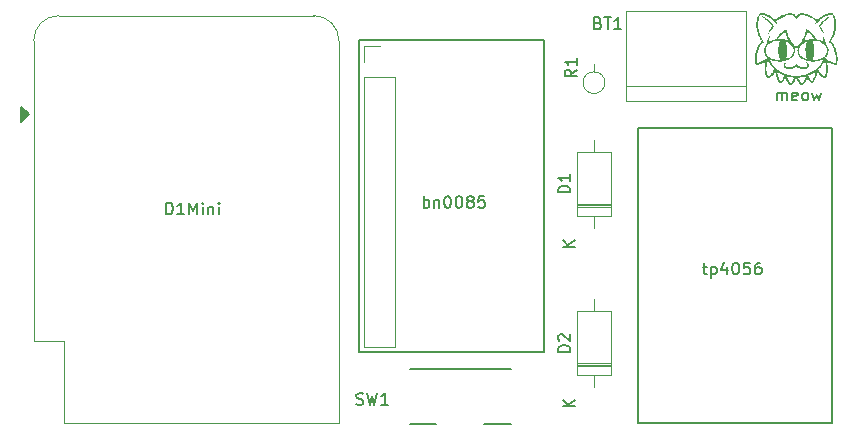
<source format=gbr>
%TF.GenerationSoftware,KiCad,Pcbnew,8.0.0*%
%TF.CreationDate,2024-03-12T15:13:44-04:00*%
%TF.ProjectId,slimevrpcb,736c696d-6576-4727-9063-622e6b696361,rev?*%
%TF.SameCoordinates,Original*%
%TF.FileFunction,Legend,Top*%
%TF.FilePolarity,Positive*%
%FSLAX46Y46*%
G04 Gerber Fmt 4.6, Leading zero omitted, Abs format (unit mm)*
G04 Created by KiCad (PCBNEW 8.0.0) date 2024-03-12 15:13:44*
%MOMM*%
%LPD*%
G01*
G04 APERTURE LIST*
%ADD10C,0.150000*%
%ADD11C,0.000000*%
%ADD12C,0.120000*%
G04 APERTURE END LIST*
D10*
X157048457Y-92232173D02*
X173536142Y-92232173D01*
X173536142Y-117181084D01*
X157048457Y-117181084D01*
X157048457Y-92232173D01*
X133427944Y-84736165D02*
X149147411Y-84736165D01*
X149147411Y-111177961D01*
X133427944Y-111177961D01*
X133427944Y-84736165D01*
X168836779Y-89869819D02*
X168836779Y-89203152D01*
X168836779Y-89298390D02*
X168884398Y-89250771D01*
X168884398Y-89250771D02*
X168979636Y-89203152D01*
X168979636Y-89203152D02*
X169122493Y-89203152D01*
X169122493Y-89203152D02*
X169217731Y-89250771D01*
X169217731Y-89250771D02*
X169265350Y-89346009D01*
X169265350Y-89346009D02*
X169265350Y-89869819D01*
X169265350Y-89346009D02*
X169312969Y-89250771D01*
X169312969Y-89250771D02*
X169408207Y-89203152D01*
X169408207Y-89203152D02*
X169551064Y-89203152D01*
X169551064Y-89203152D02*
X169646303Y-89250771D01*
X169646303Y-89250771D02*
X169693922Y-89346009D01*
X169693922Y-89346009D02*
X169693922Y-89869819D01*
X170551064Y-89822200D02*
X170455826Y-89869819D01*
X170455826Y-89869819D02*
X170265350Y-89869819D01*
X170265350Y-89869819D02*
X170170112Y-89822200D01*
X170170112Y-89822200D02*
X170122493Y-89726961D01*
X170122493Y-89726961D02*
X170122493Y-89346009D01*
X170122493Y-89346009D02*
X170170112Y-89250771D01*
X170170112Y-89250771D02*
X170265350Y-89203152D01*
X170265350Y-89203152D02*
X170455826Y-89203152D01*
X170455826Y-89203152D02*
X170551064Y-89250771D01*
X170551064Y-89250771D02*
X170598683Y-89346009D01*
X170598683Y-89346009D02*
X170598683Y-89441247D01*
X170598683Y-89441247D02*
X170122493Y-89536485D01*
X171170112Y-89869819D02*
X171074874Y-89822200D01*
X171074874Y-89822200D02*
X171027255Y-89774580D01*
X171027255Y-89774580D02*
X170979636Y-89679342D01*
X170979636Y-89679342D02*
X170979636Y-89393628D01*
X170979636Y-89393628D02*
X171027255Y-89298390D01*
X171027255Y-89298390D02*
X171074874Y-89250771D01*
X171074874Y-89250771D02*
X171170112Y-89203152D01*
X171170112Y-89203152D02*
X171312969Y-89203152D01*
X171312969Y-89203152D02*
X171408207Y-89250771D01*
X171408207Y-89250771D02*
X171455826Y-89298390D01*
X171455826Y-89298390D02*
X171503445Y-89393628D01*
X171503445Y-89393628D02*
X171503445Y-89679342D01*
X171503445Y-89679342D02*
X171455826Y-89774580D01*
X171455826Y-89774580D02*
X171408207Y-89822200D01*
X171408207Y-89822200D02*
X171312969Y-89869819D01*
X171312969Y-89869819D02*
X171170112Y-89869819D01*
X171836779Y-89203152D02*
X172027255Y-89869819D01*
X172027255Y-89869819D02*
X172217731Y-89393628D01*
X172217731Y-89393628D02*
X172408207Y-89869819D01*
X172408207Y-89869819D02*
X172598683Y-89203152D01*
X138928571Y-98954819D02*
X138928571Y-97954819D01*
X138928571Y-98335771D02*
X139023809Y-98288152D01*
X139023809Y-98288152D02*
X139214285Y-98288152D01*
X139214285Y-98288152D02*
X139309523Y-98335771D01*
X139309523Y-98335771D02*
X139357142Y-98383390D01*
X139357142Y-98383390D02*
X139404761Y-98478628D01*
X139404761Y-98478628D02*
X139404761Y-98764342D01*
X139404761Y-98764342D02*
X139357142Y-98859580D01*
X139357142Y-98859580D02*
X139309523Y-98907200D01*
X139309523Y-98907200D02*
X139214285Y-98954819D01*
X139214285Y-98954819D02*
X139023809Y-98954819D01*
X139023809Y-98954819D02*
X138928571Y-98907200D01*
X139833333Y-98288152D02*
X139833333Y-98954819D01*
X139833333Y-98383390D02*
X139880952Y-98335771D01*
X139880952Y-98335771D02*
X139976190Y-98288152D01*
X139976190Y-98288152D02*
X140119047Y-98288152D01*
X140119047Y-98288152D02*
X140214285Y-98335771D01*
X140214285Y-98335771D02*
X140261904Y-98431009D01*
X140261904Y-98431009D02*
X140261904Y-98954819D01*
X140928571Y-97954819D02*
X141023809Y-97954819D01*
X141023809Y-97954819D02*
X141119047Y-98002438D01*
X141119047Y-98002438D02*
X141166666Y-98050057D01*
X141166666Y-98050057D02*
X141214285Y-98145295D01*
X141214285Y-98145295D02*
X141261904Y-98335771D01*
X141261904Y-98335771D02*
X141261904Y-98573866D01*
X141261904Y-98573866D02*
X141214285Y-98764342D01*
X141214285Y-98764342D02*
X141166666Y-98859580D01*
X141166666Y-98859580D02*
X141119047Y-98907200D01*
X141119047Y-98907200D02*
X141023809Y-98954819D01*
X141023809Y-98954819D02*
X140928571Y-98954819D01*
X140928571Y-98954819D02*
X140833333Y-98907200D01*
X140833333Y-98907200D02*
X140785714Y-98859580D01*
X140785714Y-98859580D02*
X140738095Y-98764342D01*
X140738095Y-98764342D02*
X140690476Y-98573866D01*
X140690476Y-98573866D02*
X140690476Y-98335771D01*
X140690476Y-98335771D02*
X140738095Y-98145295D01*
X140738095Y-98145295D02*
X140785714Y-98050057D01*
X140785714Y-98050057D02*
X140833333Y-98002438D01*
X140833333Y-98002438D02*
X140928571Y-97954819D01*
X141880952Y-97954819D02*
X141976190Y-97954819D01*
X141976190Y-97954819D02*
X142071428Y-98002438D01*
X142071428Y-98002438D02*
X142119047Y-98050057D01*
X142119047Y-98050057D02*
X142166666Y-98145295D01*
X142166666Y-98145295D02*
X142214285Y-98335771D01*
X142214285Y-98335771D02*
X142214285Y-98573866D01*
X142214285Y-98573866D02*
X142166666Y-98764342D01*
X142166666Y-98764342D02*
X142119047Y-98859580D01*
X142119047Y-98859580D02*
X142071428Y-98907200D01*
X142071428Y-98907200D02*
X141976190Y-98954819D01*
X141976190Y-98954819D02*
X141880952Y-98954819D01*
X141880952Y-98954819D02*
X141785714Y-98907200D01*
X141785714Y-98907200D02*
X141738095Y-98859580D01*
X141738095Y-98859580D02*
X141690476Y-98764342D01*
X141690476Y-98764342D02*
X141642857Y-98573866D01*
X141642857Y-98573866D02*
X141642857Y-98335771D01*
X141642857Y-98335771D02*
X141690476Y-98145295D01*
X141690476Y-98145295D02*
X141738095Y-98050057D01*
X141738095Y-98050057D02*
X141785714Y-98002438D01*
X141785714Y-98002438D02*
X141880952Y-97954819D01*
X142785714Y-98383390D02*
X142690476Y-98335771D01*
X142690476Y-98335771D02*
X142642857Y-98288152D01*
X142642857Y-98288152D02*
X142595238Y-98192914D01*
X142595238Y-98192914D02*
X142595238Y-98145295D01*
X142595238Y-98145295D02*
X142642857Y-98050057D01*
X142642857Y-98050057D02*
X142690476Y-98002438D01*
X142690476Y-98002438D02*
X142785714Y-97954819D01*
X142785714Y-97954819D02*
X142976190Y-97954819D01*
X142976190Y-97954819D02*
X143071428Y-98002438D01*
X143071428Y-98002438D02*
X143119047Y-98050057D01*
X143119047Y-98050057D02*
X143166666Y-98145295D01*
X143166666Y-98145295D02*
X143166666Y-98192914D01*
X143166666Y-98192914D02*
X143119047Y-98288152D01*
X143119047Y-98288152D02*
X143071428Y-98335771D01*
X143071428Y-98335771D02*
X142976190Y-98383390D01*
X142976190Y-98383390D02*
X142785714Y-98383390D01*
X142785714Y-98383390D02*
X142690476Y-98431009D01*
X142690476Y-98431009D02*
X142642857Y-98478628D01*
X142642857Y-98478628D02*
X142595238Y-98573866D01*
X142595238Y-98573866D02*
X142595238Y-98764342D01*
X142595238Y-98764342D02*
X142642857Y-98859580D01*
X142642857Y-98859580D02*
X142690476Y-98907200D01*
X142690476Y-98907200D02*
X142785714Y-98954819D01*
X142785714Y-98954819D02*
X142976190Y-98954819D01*
X142976190Y-98954819D02*
X143071428Y-98907200D01*
X143071428Y-98907200D02*
X143119047Y-98859580D01*
X143119047Y-98859580D02*
X143166666Y-98764342D01*
X143166666Y-98764342D02*
X143166666Y-98573866D01*
X143166666Y-98573866D02*
X143119047Y-98478628D01*
X143119047Y-98478628D02*
X143071428Y-98431009D01*
X143071428Y-98431009D02*
X142976190Y-98383390D01*
X144071428Y-97954819D02*
X143595238Y-97954819D01*
X143595238Y-97954819D02*
X143547619Y-98431009D01*
X143547619Y-98431009D02*
X143595238Y-98383390D01*
X143595238Y-98383390D02*
X143690476Y-98335771D01*
X143690476Y-98335771D02*
X143928571Y-98335771D01*
X143928571Y-98335771D02*
X144023809Y-98383390D01*
X144023809Y-98383390D02*
X144071428Y-98431009D01*
X144071428Y-98431009D02*
X144119047Y-98526247D01*
X144119047Y-98526247D02*
X144119047Y-98764342D01*
X144119047Y-98764342D02*
X144071428Y-98859580D01*
X144071428Y-98859580D02*
X144023809Y-98907200D01*
X144023809Y-98907200D02*
X143928571Y-98954819D01*
X143928571Y-98954819D02*
X143690476Y-98954819D01*
X143690476Y-98954819D02*
X143595238Y-98907200D01*
X143595238Y-98907200D02*
X143547619Y-98859580D01*
X151346119Y-97657294D02*
X150346119Y-97657294D01*
X150346119Y-97657294D02*
X150346119Y-97419199D01*
X150346119Y-97419199D02*
X150393738Y-97276342D01*
X150393738Y-97276342D02*
X150488976Y-97181104D01*
X150488976Y-97181104D02*
X150584214Y-97133485D01*
X150584214Y-97133485D02*
X150774690Y-97085866D01*
X150774690Y-97085866D02*
X150917547Y-97085866D01*
X150917547Y-97085866D02*
X151108023Y-97133485D01*
X151108023Y-97133485D02*
X151203261Y-97181104D01*
X151203261Y-97181104D02*
X151298500Y-97276342D01*
X151298500Y-97276342D02*
X151346119Y-97419199D01*
X151346119Y-97419199D02*
X151346119Y-97657294D01*
X151346119Y-96133485D02*
X151346119Y-96704913D01*
X151346119Y-96419199D02*
X150346119Y-96419199D01*
X150346119Y-96419199D02*
X150488976Y-96514437D01*
X150488976Y-96514437D02*
X150584214Y-96609675D01*
X150584214Y-96609675D02*
X150631833Y-96704913D01*
X151716119Y-102261104D02*
X150716119Y-102261104D01*
X151716119Y-101689676D02*
X151144690Y-102118247D01*
X150716119Y-101689676D02*
X151287547Y-102261104D01*
X151896119Y-87256066D02*
X151419928Y-87589399D01*
X151896119Y-87827494D02*
X150896119Y-87827494D01*
X150896119Y-87827494D02*
X150896119Y-87446542D01*
X150896119Y-87446542D02*
X150943738Y-87351304D01*
X150943738Y-87351304D02*
X150991357Y-87303685D01*
X150991357Y-87303685D02*
X151086595Y-87256066D01*
X151086595Y-87256066D02*
X151229452Y-87256066D01*
X151229452Y-87256066D02*
X151324690Y-87303685D01*
X151324690Y-87303685D02*
X151372309Y-87351304D01*
X151372309Y-87351304D02*
X151419928Y-87446542D01*
X151419928Y-87446542D02*
X151419928Y-87827494D01*
X151896119Y-86303685D02*
X151896119Y-86875113D01*
X151896119Y-86589399D02*
X150896119Y-86589399D01*
X150896119Y-86589399D02*
X151038976Y-86684637D01*
X151038976Y-86684637D02*
X151134214Y-86779875D01*
X151134214Y-86779875D02*
X151181833Y-86875113D01*
X151346119Y-111163594D02*
X150346119Y-111163594D01*
X150346119Y-111163594D02*
X150346119Y-110925499D01*
X150346119Y-110925499D02*
X150393738Y-110782642D01*
X150393738Y-110782642D02*
X150488976Y-110687404D01*
X150488976Y-110687404D02*
X150584214Y-110639785D01*
X150584214Y-110639785D02*
X150774690Y-110592166D01*
X150774690Y-110592166D02*
X150917547Y-110592166D01*
X150917547Y-110592166D02*
X151108023Y-110639785D01*
X151108023Y-110639785D02*
X151203261Y-110687404D01*
X151203261Y-110687404D02*
X151298500Y-110782642D01*
X151298500Y-110782642D02*
X151346119Y-110925499D01*
X151346119Y-110925499D02*
X151346119Y-111163594D01*
X150441357Y-110211213D02*
X150393738Y-110163594D01*
X150393738Y-110163594D02*
X150346119Y-110068356D01*
X150346119Y-110068356D02*
X150346119Y-109830261D01*
X150346119Y-109830261D02*
X150393738Y-109735023D01*
X150393738Y-109735023D02*
X150441357Y-109687404D01*
X150441357Y-109687404D02*
X150536595Y-109639785D01*
X150536595Y-109639785D02*
X150631833Y-109639785D01*
X150631833Y-109639785D02*
X150774690Y-109687404D01*
X150774690Y-109687404D02*
X151346119Y-110258832D01*
X151346119Y-110258832D02*
X151346119Y-109639785D01*
X151716119Y-115767404D02*
X150716119Y-115767404D01*
X151716119Y-115195976D02*
X151144690Y-115624547D01*
X150716119Y-115195976D02*
X151287547Y-115767404D01*
X153708495Y-83304687D02*
X153851352Y-83352306D01*
X153851352Y-83352306D02*
X153898971Y-83399925D01*
X153898971Y-83399925D02*
X153946590Y-83495163D01*
X153946590Y-83495163D02*
X153946590Y-83638020D01*
X153946590Y-83638020D02*
X153898971Y-83733258D01*
X153898971Y-83733258D02*
X153851352Y-83780878D01*
X153851352Y-83780878D02*
X153756114Y-83828497D01*
X153756114Y-83828497D02*
X153375162Y-83828497D01*
X153375162Y-83828497D02*
X153375162Y-82828497D01*
X153375162Y-82828497D02*
X153708495Y-82828497D01*
X153708495Y-82828497D02*
X153803733Y-82876116D01*
X153803733Y-82876116D02*
X153851352Y-82923735D01*
X153851352Y-82923735D02*
X153898971Y-83018973D01*
X153898971Y-83018973D02*
X153898971Y-83114211D01*
X153898971Y-83114211D02*
X153851352Y-83209449D01*
X153851352Y-83209449D02*
X153803733Y-83257068D01*
X153803733Y-83257068D02*
X153708495Y-83304687D01*
X153708495Y-83304687D02*
X153375162Y-83304687D01*
X154232305Y-82828497D02*
X154803733Y-82828497D01*
X154518019Y-83828497D02*
X154518019Y-82828497D01*
X155660876Y-83828497D02*
X155089448Y-83828497D01*
X155375162Y-83828497D02*
X155375162Y-82828497D01*
X155375162Y-82828497D02*
X155279924Y-82971354D01*
X155279924Y-82971354D02*
X155184686Y-83066592D01*
X155184686Y-83066592D02*
X155089448Y-83114211D01*
X117141935Y-99514776D02*
X117141935Y-98514776D01*
X117141935Y-98514776D02*
X117380030Y-98514776D01*
X117380030Y-98514776D02*
X117522887Y-98562395D01*
X117522887Y-98562395D02*
X117618125Y-98657633D01*
X117618125Y-98657633D02*
X117665744Y-98752871D01*
X117665744Y-98752871D02*
X117713363Y-98943347D01*
X117713363Y-98943347D02*
X117713363Y-99086204D01*
X117713363Y-99086204D02*
X117665744Y-99276680D01*
X117665744Y-99276680D02*
X117618125Y-99371918D01*
X117618125Y-99371918D02*
X117522887Y-99467157D01*
X117522887Y-99467157D02*
X117380030Y-99514776D01*
X117380030Y-99514776D02*
X117141935Y-99514776D01*
X118665744Y-99514776D02*
X118094316Y-99514776D01*
X118380030Y-99514776D02*
X118380030Y-98514776D01*
X118380030Y-98514776D02*
X118284792Y-98657633D01*
X118284792Y-98657633D02*
X118189554Y-98752871D01*
X118189554Y-98752871D02*
X118094316Y-98800490D01*
X119094316Y-99514776D02*
X119094316Y-98514776D01*
X119094316Y-98514776D02*
X119427649Y-99229061D01*
X119427649Y-99229061D02*
X119760982Y-98514776D01*
X119760982Y-98514776D02*
X119760982Y-99514776D01*
X120237173Y-99514776D02*
X120237173Y-98848109D01*
X120237173Y-98514776D02*
X120189554Y-98562395D01*
X120189554Y-98562395D02*
X120237173Y-98610014D01*
X120237173Y-98610014D02*
X120284792Y-98562395D01*
X120284792Y-98562395D02*
X120237173Y-98514776D01*
X120237173Y-98514776D02*
X120237173Y-98610014D01*
X120713363Y-98848109D02*
X120713363Y-99514776D01*
X120713363Y-98943347D02*
X120760982Y-98895728D01*
X120760982Y-98895728D02*
X120856220Y-98848109D01*
X120856220Y-98848109D02*
X120999077Y-98848109D01*
X120999077Y-98848109D02*
X121094315Y-98895728D01*
X121094315Y-98895728D02*
X121141934Y-98990966D01*
X121141934Y-98990966D02*
X121141934Y-99514776D01*
X121618125Y-99514776D02*
X121618125Y-98848109D01*
X121618125Y-98514776D02*
X121570506Y-98562395D01*
X121570506Y-98562395D02*
X121618125Y-98610014D01*
X121618125Y-98610014D02*
X121665744Y-98562395D01*
X121665744Y-98562395D02*
X121618125Y-98514776D01*
X121618125Y-98514776D02*
X121618125Y-98610014D01*
X133254976Y-115591779D02*
X133397833Y-115639398D01*
X133397833Y-115639398D02*
X133635928Y-115639398D01*
X133635928Y-115639398D02*
X133731166Y-115591779D01*
X133731166Y-115591779D02*
X133778785Y-115544159D01*
X133778785Y-115544159D02*
X133826404Y-115448921D01*
X133826404Y-115448921D02*
X133826404Y-115353683D01*
X133826404Y-115353683D02*
X133778785Y-115258445D01*
X133778785Y-115258445D02*
X133731166Y-115210826D01*
X133731166Y-115210826D02*
X133635928Y-115163207D01*
X133635928Y-115163207D02*
X133445452Y-115115588D01*
X133445452Y-115115588D02*
X133350214Y-115067969D01*
X133350214Y-115067969D02*
X133302595Y-115020350D01*
X133302595Y-115020350D02*
X133254976Y-114925112D01*
X133254976Y-114925112D02*
X133254976Y-114829874D01*
X133254976Y-114829874D02*
X133302595Y-114734636D01*
X133302595Y-114734636D02*
X133350214Y-114687017D01*
X133350214Y-114687017D02*
X133445452Y-114639398D01*
X133445452Y-114639398D02*
X133683547Y-114639398D01*
X133683547Y-114639398D02*
X133826404Y-114687017D01*
X134159738Y-114639398D02*
X134397833Y-115639398D01*
X134397833Y-115639398D02*
X134588309Y-114925112D01*
X134588309Y-114925112D02*
X134778785Y-115639398D01*
X134778785Y-115639398D02*
X135016881Y-114639398D01*
X135921642Y-115639398D02*
X135350214Y-115639398D01*
X135635928Y-115639398D02*
X135635928Y-114639398D01*
X135635928Y-114639398D02*
X135540690Y-114782255D01*
X135540690Y-114782255D02*
X135445452Y-114877493D01*
X135445452Y-114877493D02*
X135350214Y-114925112D01*
X162552385Y-103928172D02*
X162933337Y-103928172D01*
X162695242Y-103594839D02*
X162695242Y-104451981D01*
X162695242Y-104451981D02*
X162742861Y-104547220D01*
X162742861Y-104547220D02*
X162838099Y-104594839D01*
X162838099Y-104594839D02*
X162933337Y-104594839D01*
X163266671Y-103928172D02*
X163266671Y-104928172D01*
X163266671Y-103975791D02*
X163361909Y-103928172D01*
X163361909Y-103928172D02*
X163552385Y-103928172D01*
X163552385Y-103928172D02*
X163647623Y-103975791D01*
X163647623Y-103975791D02*
X163695242Y-104023410D01*
X163695242Y-104023410D02*
X163742861Y-104118648D01*
X163742861Y-104118648D02*
X163742861Y-104404362D01*
X163742861Y-104404362D02*
X163695242Y-104499600D01*
X163695242Y-104499600D02*
X163647623Y-104547220D01*
X163647623Y-104547220D02*
X163552385Y-104594839D01*
X163552385Y-104594839D02*
X163361909Y-104594839D01*
X163361909Y-104594839D02*
X163266671Y-104547220D01*
X164600004Y-103928172D02*
X164600004Y-104594839D01*
X164361909Y-103547220D02*
X164123814Y-104261505D01*
X164123814Y-104261505D02*
X164742861Y-104261505D01*
X165314290Y-103594839D02*
X165409528Y-103594839D01*
X165409528Y-103594839D02*
X165504766Y-103642458D01*
X165504766Y-103642458D02*
X165552385Y-103690077D01*
X165552385Y-103690077D02*
X165600004Y-103785315D01*
X165600004Y-103785315D02*
X165647623Y-103975791D01*
X165647623Y-103975791D02*
X165647623Y-104213886D01*
X165647623Y-104213886D02*
X165600004Y-104404362D01*
X165600004Y-104404362D02*
X165552385Y-104499600D01*
X165552385Y-104499600D02*
X165504766Y-104547220D01*
X165504766Y-104547220D02*
X165409528Y-104594839D01*
X165409528Y-104594839D02*
X165314290Y-104594839D01*
X165314290Y-104594839D02*
X165219052Y-104547220D01*
X165219052Y-104547220D02*
X165171433Y-104499600D01*
X165171433Y-104499600D02*
X165123814Y-104404362D01*
X165123814Y-104404362D02*
X165076195Y-104213886D01*
X165076195Y-104213886D02*
X165076195Y-103975791D01*
X165076195Y-103975791D02*
X165123814Y-103785315D01*
X165123814Y-103785315D02*
X165171433Y-103690077D01*
X165171433Y-103690077D02*
X165219052Y-103642458D01*
X165219052Y-103642458D02*
X165314290Y-103594839D01*
X166552385Y-103594839D02*
X166076195Y-103594839D01*
X166076195Y-103594839D02*
X166028576Y-104071029D01*
X166028576Y-104071029D02*
X166076195Y-104023410D01*
X166076195Y-104023410D02*
X166171433Y-103975791D01*
X166171433Y-103975791D02*
X166409528Y-103975791D01*
X166409528Y-103975791D02*
X166504766Y-104023410D01*
X166504766Y-104023410D02*
X166552385Y-104071029D01*
X166552385Y-104071029D02*
X166600004Y-104166267D01*
X166600004Y-104166267D02*
X166600004Y-104404362D01*
X166600004Y-104404362D02*
X166552385Y-104499600D01*
X166552385Y-104499600D02*
X166504766Y-104547220D01*
X166504766Y-104547220D02*
X166409528Y-104594839D01*
X166409528Y-104594839D02*
X166171433Y-104594839D01*
X166171433Y-104594839D02*
X166076195Y-104547220D01*
X166076195Y-104547220D02*
X166028576Y-104499600D01*
X167457147Y-103594839D02*
X167266671Y-103594839D01*
X167266671Y-103594839D02*
X167171433Y-103642458D01*
X167171433Y-103642458D02*
X167123814Y-103690077D01*
X167123814Y-103690077D02*
X167028576Y-103832934D01*
X167028576Y-103832934D02*
X166980957Y-104023410D01*
X166980957Y-104023410D02*
X166980957Y-104404362D01*
X166980957Y-104404362D02*
X167028576Y-104499600D01*
X167028576Y-104499600D02*
X167076195Y-104547220D01*
X167076195Y-104547220D02*
X167171433Y-104594839D01*
X167171433Y-104594839D02*
X167361909Y-104594839D01*
X167361909Y-104594839D02*
X167457147Y-104547220D01*
X167457147Y-104547220D02*
X167504766Y-104499600D01*
X167504766Y-104499600D02*
X167552385Y-104404362D01*
X167552385Y-104404362D02*
X167552385Y-104166267D01*
X167552385Y-104166267D02*
X167504766Y-104071029D01*
X167504766Y-104071029D02*
X167457147Y-104023410D01*
X167457147Y-104023410D02*
X167361909Y-103975791D01*
X167361909Y-103975791D02*
X167171433Y-103975791D01*
X167171433Y-103975791D02*
X167076195Y-104023410D01*
X167076195Y-104023410D02*
X167028576Y-104071029D01*
X167028576Y-104071029D02*
X166980957Y-104166267D01*
D11*
%TO.C,G\u002A\u002A\u002A*%
G36*
X173394705Y-82719334D02*
G01*
X173382384Y-82730264D01*
X173370718Y-82739877D01*
X173341904Y-82763687D01*
X173303710Y-82796173D01*
X173257996Y-82835690D01*
X173206620Y-82880590D01*
X173151442Y-82929229D01*
X173094322Y-82979959D01*
X173037118Y-83031136D01*
X172981690Y-83081113D01*
X172929898Y-83128245D01*
X172883600Y-83170885D01*
X172879151Y-83175018D01*
X172792912Y-83259395D01*
X172710740Y-83347918D01*
X172636381Y-83436434D01*
X172597921Y-83486664D01*
X172570540Y-83524001D01*
X172551276Y-83551261D01*
X172539261Y-83570699D01*
X172533626Y-83584572D01*
X172533505Y-83595135D01*
X172538028Y-83604645D01*
X172546327Y-83615358D01*
X172547738Y-83617079D01*
X172627204Y-83719026D01*
X172693776Y-83815324D01*
X172748167Y-83907236D01*
X172791089Y-83996024D01*
X172823254Y-84082952D01*
X172836112Y-84128418D01*
X172845439Y-84167710D01*
X172849771Y-84193857D01*
X172848475Y-84206959D01*
X172840920Y-84207122D01*
X172826474Y-84194447D01*
X172804505Y-84169038D01*
X172779548Y-84137637D01*
X172748501Y-84096428D01*
X172714697Y-84049277D01*
X172682441Y-84002303D01*
X172658402Y-83965412D01*
X172609156Y-83888437D01*
X172564796Y-83822343D01*
X172523372Y-83764366D01*
X172482934Y-83711744D01*
X172457225Y-83680264D01*
X172427908Y-83643787D01*
X172408719Y-83614677D01*
X172399170Y-83589341D01*
X172398773Y-83564184D01*
X172407040Y-83535611D01*
X172423484Y-83500029D01*
X172430821Y-83485751D01*
X172463530Y-83430198D01*
X172506583Y-83368256D01*
X172557865Y-83302351D01*
X172615263Y-83234909D01*
X172676663Y-83168355D01*
X172739952Y-83105115D01*
X172803016Y-83047615D01*
X172838310Y-83018131D01*
X172936219Y-82944456D01*
X173037744Y-82877671D01*
X173140032Y-82819413D01*
X173240229Y-82771320D01*
X173326408Y-82738030D01*
X173356291Y-82728088D01*
X173380304Y-82720317D01*
X173395084Y-82715793D01*
X173398059Y-82715079D01*
X173394705Y-82719334D01*
G37*
G36*
X167627335Y-82729498D02*
G01*
X167727810Y-82766277D01*
X167832355Y-82815254D01*
X167938296Y-82874939D01*
X168042958Y-82943839D01*
X168130910Y-83010134D01*
X168171305Y-83044443D01*
X168217680Y-83086951D01*
X168267224Y-83134805D01*
X168317127Y-83185150D01*
X168364577Y-83235134D01*
X168406764Y-83281902D01*
X168440877Y-83322601D01*
X168449050Y-83333113D01*
X168477801Y-83372778D01*
X168506224Y-83415222D01*
X168532452Y-83457349D01*
X168554619Y-83496068D01*
X168570859Y-83528284D01*
X168578378Y-83547461D01*
X168583089Y-83569494D01*
X168582018Y-83589609D01*
X168573939Y-83610862D01*
X168557627Y-83636307D01*
X168531853Y-83668999D01*
X168527479Y-83674258D01*
X168484236Y-83727795D01*
X168442532Y-83783368D01*
X168399933Y-83844391D01*
X168354005Y-83914281D01*
X168333688Y-83946227D01*
X168308054Y-83986027D01*
X168281850Y-84024820D01*
X168253211Y-84065179D01*
X168220274Y-84109675D01*
X168181176Y-84160878D01*
X168136875Y-84217762D01*
X168129591Y-84225219D01*
X168127452Y-84219102D01*
X168127338Y-84215303D01*
X168129534Y-84194194D01*
X168135924Y-84162585D01*
X168145464Y-84124311D01*
X168157110Y-84083204D01*
X168169821Y-84043099D01*
X168182553Y-84007829D01*
X168186286Y-83998609D01*
X168214387Y-83938937D01*
X168250916Y-83872678D01*
X168293329Y-83803847D01*
X168339084Y-83736464D01*
X168385637Y-83674547D01*
X168410361Y-83644624D01*
X168428421Y-83622239D01*
X168441642Y-83603231D01*
X168447470Y-83591318D01*
X168447551Y-83590504D01*
X168442600Y-83575971D01*
X168428657Y-83551993D01*
X168407093Y-83520330D01*
X168379278Y-83482741D01*
X168346581Y-83440987D01*
X168310371Y-83396825D01*
X168272019Y-83352016D01*
X168232893Y-83308318D01*
X168203394Y-83276843D01*
X168170040Y-83243200D01*
X168126575Y-83201169D01*
X168074572Y-83152178D01*
X168015605Y-83097653D01*
X167951248Y-83039020D01*
X167883076Y-82977707D01*
X167812661Y-82915139D01*
X167741578Y-82852744D01*
X167671400Y-82791948D01*
X167619572Y-82747633D01*
X167581556Y-82715333D01*
X167627335Y-82729498D01*
G37*
G36*
X169646732Y-86641509D02*
G01*
X169622717Y-86684815D01*
X169600703Y-86731858D01*
X169582083Y-86778948D01*
X169568253Y-86822393D01*
X169560605Y-86858504D01*
X169559537Y-86872388D01*
X169566039Y-86919903D01*
X169585681Y-86961513D01*
X169617376Y-86996831D01*
X169660037Y-87025469D01*
X169712575Y-87047039D01*
X169773903Y-87061154D01*
X169842934Y-87067425D01*
X169918580Y-87065466D01*
X169999753Y-87054887D01*
X170045133Y-87045540D01*
X170144314Y-87014996D01*
X170236677Y-86970884D01*
X170322510Y-86913043D01*
X170394875Y-86848650D01*
X170427615Y-86816547D01*
X170452091Y-86794512D01*
X170470098Y-86781132D01*
X170483426Y-86774995D01*
X170489394Y-86774196D01*
X170500844Y-86776918D01*
X170515844Y-86786042D01*
X170536204Y-86803008D01*
X170563733Y-86829253D01*
X170583074Y-86848660D01*
X170642799Y-86903932D01*
X170704328Y-86949299D01*
X170770887Y-86986537D01*
X170845700Y-87017427D01*
X170931994Y-87043744D01*
X170941534Y-87046233D01*
X170995287Y-87056987D01*
X171054972Y-87063818D01*
X171115791Y-87066553D01*
X171172944Y-87065021D01*
X171221632Y-87059047D01*
X171232472Y-87056707D01*
X171295602Y-87036386D01*
X171346592Y-87009185D01*
X171384904Y-86975670D01*
X171410002Y-86936409D01*
X171421349Y-86891967D01*
X171420792Y-86857825D01*
X171415219Y-86832743D01*
X171404096Y-86798249D01*
X171389058Y-86758398D01*
X171371738Y-86717242D01*
X171353771Y-86678833D01*
X171336791Y-86647224D01*
X171334066Y-86642732D01*
X171321775Y-86622151D01*
X171317495Y-86611268D01*
X171320863Y-86607022D01*
X171329753Y-86606344D01*
X171350264Y-86610867D01*
X171378598Y-86622965D01*
X171410847Y-86640453D01*
X171443105Y-86661143D01*
X171471465Y-86682850D01*
X171479725Y-86690262D01*
X171520039Y-86736010D01*
X171546677Y-86785188D01*
X171560832Y-86840604D01*
X171563974Y-86888645D01*
X171563134Y-86924904D01*
X171559771Y-86952022D01*
X171552757Y-86976056D01*
X171543760Y-86997128D01*
X171508667Y-87054819D01*
X171461019Y-87105150D01*
X171402211Y-87146948D01*
X171333637Y-87179039D01*
X171323254Y-87182719D01*
X171237391Y-87204435D01*
X171145304Y-87213985D01*
X171049251Y-87211887D01*
X170951488Y-87198660D01*
X170854274Y-87174822D01*
X170759866Y-87140893D01*
X170670523Y-87097390D01*
X170588501Y-87044832D01*
X170535263Y-87001690D01*
X170486928Y-86958322D01*
X170453407Y-86992687D01*
X170410638Y-87030401D01*
X170356615Y-87068493D01*
X170295119Y-87104736D01*
X170229930Y-87136902D01*
X170164830Y-87162765D01*
X170164283Y-87162953D01*
X170094360Y-87183310D01*
X170018743Y-87198952D01*
X169941623Y-87209399D01*
X169867192Y-87214171D01*
X169799642Y-87212788D01*
X169764009Y-87208781D01*
X169680301Y-87190082D01*
X169606485Y-87162168D01*
X169543445Y-87125566D01*
X169492060Y-87080801D01*
X169453211Y-87028401D01*
X169448821Y-87020482D01*
X169424941Y-86960934D01*
X169414878Y-86899748D01*
X169418280Y-86839154D01*
X169434797Y-86781383D01*
X169464076Y-86728668D01*
X169501306Y-86687159D01*
X169540035Y-86657213D01*
X169582975Y-86631966D01*
X169624751Y-86614352D01*
X169644130Y-86609202D01*
X169669516Y-86604195D01*
X169646732Y-86641509D01*
G37*
G36*
X173515297Y-82451216D02*
G01*
X173524547Y-82452077D01*
X173545712Y-82455985D01*
X173562726Y-82462940D01*
X173580039Y-82475615D01*
X173602104Y-82496682D01*
X173606824Y-82501469D01*
X173639602Y-82541547D01*
X173672945Y-82594770D01*
X173705980Y-82659095D01*
X173737833Y-82732475D01*
X173767631Y-82812865D01*
X173794500Y-82898220D01*
X173817569Y-82986494D01*
X173821805Y-83005016D01*
X173837586Y-83080911D01*
X173849567Y-83151490D01*
X173858158Y-83220847D01*
X173863768Y-83293073D01*
X173866807Y-83372260D01*
X173867687Y-83462501D01*
X173867687Y-83462811D01*
X173865343Y-83585481D01*
X173858097Y-83697882D01*
X173845354Y-83804385D01*
X173826517Y-83909360D01*
X173800992Y-84017178D01*
X173783436Y-84080835D01*
X173734347Y-84233351D01*
X173678397Y-84374288D01*
X173615897Y-84503016D01*
X173547158Y-84618911D01*
X173472491Y-84721345D01*
X173457039Y-84739965D01*
X173440121Y-84759388D01*
X173428388Y-84773825D01*
X173422467Y-84785785D01*
X173422985Y-84797775D01*
X173430568Y-84812303D01*
X173445845Y-84831876D01*
X173469443Y-84859004D01*
X173493728Y-84886675D01*
X173573347Y-84987683D01*
X173648079Y-85101722D01*
X173717197Y-85227141D01*
X173779980Y-85362293D01*
X173835701Y-85505526D01*
X173883637Y-85655191D01*
X173923065Y-85809639D01*
X173943823Y-85912015D01*
X173955919Y-85981327D01*
X173965335Y-86043009D01*
X173972372Y-86100733D01*
X173977334Y-86158174D01*
X173980522Y-86219007D01*
X173982240Y-86286905D01*
X173982791Y-86365542D01*
X173982784Y-86385070D01*
X173982039Y-86469974D01*
X173979906Y-86541505D01*
X173976163Y-86601504D01*
X173970591Y-86651813D01*
X173962968Y-86694273D01*
X173953073Y-86730727D01*
X173940685Y-86763015D01*
X173936329Y-86772415D01*
X173918317Y-86801749D01*
X173895651Y-86822313D01*
X173866327Y-86834712D01*
X173828340Y-86839553D01*
X173779686Y-86837440D01*
X173738582Y-86832205D01*
X173631657Y-86810119D01*
X173519256Y-86775668D01*
X173403500Y-86729719D01*
X173286512Y-86673143D01*
X173170412Y-86606807D01*
X173137806Y-86586251D01*
X173113505Y-86570780D01*
X173094670Y-86559128D01*
X173084502Y-86553265D01*
X173083634Y-86552928D01*
X173084490Y-86559680D01*
X173088866Y-86577694D01*
X173095923Y-86603610D01*
X173099173Y-86614973D01*
X173129995Y-86741740D01*
X173151453Y-86875054D01*
X173163684Y-87012662D01*
X173166830Y-87152311D01*
X173161028Y-87291749D01*
X173146418Y-87428722D01*
X173123140Y-87560980D01*
X173091332Y-87686268D01*
X173051135Y-87802334D01*
X173021575Y-87869687D01*
X172993053Y-87922387D01*
X172964501Y-87960443D01*
X172934638Y-87984421D01*
X172902183Y-87994884D01*
X172865854Y-87992397D01*
X172824370Y-87977527D01*
X172802425Y-87966253D01*
X172735899Y-87923725D01*
X172666017Y-87868615D01*
X172594480Y-87802741D01*
X172522988Y-87727920D01*
X172453240Y-87645969D01*
X172386936Y-87558704D01*
X172325777Y-87467942D01*
X172305654Y-87435274D01*
X172257154Y-87354525D01*
X172252722Y-87432796D01*
X172244250Y-87518462D01*
X172228631Y-87610624D01*
X172206687Y-87707065D01*
X172179237Y-87805571D01*
X172147103Y-87903924D01*
X172111103Y-87999909D01*
X172072060Y-88091309D01*
X172030794Y-88175910D01*
X171988124Y-88251493D01*
X171944872Y-88315845D01*
X171910169Y-88358002D01*
X171873853Y-88391450D01*
X171839563Y-88410235D01*
X171806261Y-88414644D01*
X171772908Y-88404964D01*
X171761892Y-88398838D01*
X171731952Y-88375733D01*
X171696902Y-88341019D01*
X171658324Y-88296804D01*
X171617800Y-88245192D01*
X171576911Y-88188291D01*
X171537239Y-88128205D01*
X171500366Y-88067041D01*
X171468616Y-88008370D01*
X171452249Y-87976710D01*
X171438224Y-87950725D01*
X171428012Y-87933058D01*
X171423080Y-87926353D01*
X171423038Y-87926348D01*
X171418769Y-87932969D01*
X171410895Y-87950625D01*
X171400877Y-87975957D01*
X171397343Y-87985446D01*
X171366292Y-88061723D01*
X171328822Y-88139982D01*
X171286397Y-88217992D01*
X171240480Y-88293525D01*
X171192535Y-88364351D01*
X171144026Y-88428241D01*
X171096415Y-88482967D01*
X171051167Y-88526298D01*
X171032591Y-88541027D01*
X170996826Y-88564789D01*
X170967540Y-88577415D01*
X170941433Y-88579488D01*
X170915205Y-88571586D01*
X170901138Y-88564148D01*
X170869219Y-88540062D01*
X170832978Y-88503357D01*
X170793504Y-88455685D01*
X170751885Y-88398697D01*
X170709209Y-88334044D01*
X170666565Y-88263376D01*
X170625040Y-88188344D01*
X170585722Y-88110600D01*
X170549700Y-88031795D01*
X170548633Y-88029318D01*
X170532289Y-87991831D01*
X170520272Y-87966222D01*
X170511111Y-87950252D01*
X170503339Y-87941683D01*
X170495487Y-87938274D01*
X170488571Y-87937759D01*
X170668817Y-87937759D01*
X170704660Y-88014058D01*
X170800707Y-88202230D01*
X170891287Y-88354946D01*
X170953980Y-88453688D01*
X170975411Y-88428436D01*
X170987719Y-88412664D01*
X171006170Y-88387449D01*
X171028434Y-88356040D01*
X171052182Y-88321687D01*
X171056435Y-88315440D01*
X171127191Y-88204710D01*
X171185900Y-88098779D01*
X171219492Y-88028022D01*
X171232253Y-87997835D01*
X171245991Y-87963482D01*
X171259639Y-87927882D01*
X171272128Y-87893953D01*
X171282391Y-87864616D01*
X171289359Y-87842789D01*
X171291964Y-87831392D01*
X171291777Y-87830477D01*
X171283980Y-87831272D01*
X171264571Y-87835065D01*
X171236754Y-87841193D01*
X171213397Y-87846661D01*
X171130085Y-87865589D01*
X171046095Y-87882791D01*
X170965032Y-87897618D01*
X170890500Y-87909418D01*
X170826104Y-87917543D01*
X170812826Y-87918850D01*
X170773847Y-87922656D01*
X170738277Y-87926536D01*
X170710050Y-87930033D01*
X170693135Y-87932687D01*
X170668817Y-87937759D01*
X170488571Y-87937759D01*
X170476871Y-87939313D01*
X170468074Y-87946088D01*
X170459634Y-87961252D01*
X170449682Y-87986175D01*
X170439136Y-88012054D01*
X170423759Y-88047032D01*
X170405591Y-88086581D01*
X170386672Y-88126173D01*
X170386107Y-88127328D01*
X170345320Y-88206773D01*
X170303162Y-88281622D01*
X170260507Y-88350740D01*
X170218233Y-88412991D01*
X170177215Y-88467239D01*
X170138328Y-88512349D01*
X170102450Y-88547185D01*
X170070456Y-88570610D01*
X170043222Y-88581490D01*
X170035337Y-88582132D01*
X170016917Y-88578414D01*
X169992706Y-88569385D01*
X169980668Y-88563627D01*
X169954611Y-88546053D01*
X169922387Y-88518075D01*
X169886196Y-88482050D01*
X169848240Y-88440334D01*
X169810721Y-88395282D01*
X169775841Y-88349251D01*
X169762474Y-88330143D01*
X169692073Y-88217712D01*
X169632073Y-88101631D01*
X169593565Y-88012595D01*
X169556192Y-87919573D01*
X169516380Y-87999665D01*
X169485624Y-88057251D01*
X169449660Y-88117498D01*
X169410335Y-88177830D01*
X169369498Y-88235668D01*
X169328994Y-88288437D01*
X169290672Y-88333559D01*
X169256378Y-88368457D01*
X169244878Y-88378427D01*
X169209128Y-88402537D01*
X169175694Y-88413732D01*
X169143338Y-88411654D01*
X169110820Y-88395943D01*
X169076903Y-88366241D01*
X169040347Y-88322188D01*
X169037522Y-88318374D01*
X168981632Y-88233682D01*
X168928754Y-88136565D01*
X168879824Y-88029718D01*
X168835781Y-87915835D01*
X168797561Y-87797609D01*
X168766102Y-87677733D01*
X168742341Y-87558903D01*
X168727216Y-87443812D01*
X168726667Y-87437362D01*
X168872098Y-87437362D01*
X168874543Y-87456438D01*
X168879089Y-87484748D01*
X168885220Y-87519440D01*
X168892422Y-87557663D01*
X168900180Y-87596566D01*
X168907979Y-87633297D01*
X168912591Y-87653652D01*
X168932860Y-87732076D01*
X168958274Y-87817458D01*
X168986775Y-87903301D01*
X169016306Y-87983110D01*
X169019724Y-87991732D01*
X169037074Y-88033541D01*
X169056504Y-88077703D01*
X169076985Y-88122160D01*
X169097488Y-88164858D01*
X169116984Y-88203741D01*
X169134442Y-88236753D01*
X169148833Y-88261839D01*
X169159128Y-88276942D01*
X169164173Y-88280178D01*
X169170660Y-88271616D01*
X169183954Y-88253227D01*
X169202128Y-88227701D01*
X169223256Y-88197724D01*
X169223641Y-88197176D01*
X169278005Y-88116514D01*
X169325567Y-88038521D01*
X169370023Y-87956868D01*
X169404488Y-87887465D01*
X169426971Y-87840703D01*
X169430236Y-87833674D01*
X169689788Y-87833674D01*
X169693661Y-87851861D01*
X169702262Y-87879497D01*
X169714728Y-87914391D01*
X169730196Y-87954353D01*
X169747803Y-87997195D01*
X169766686Y-88040725D01*
X169785982Y-88082754D01*
X169804829Y-88121092D01*
X169814767Y-88139952D01*
X169836402Y-88178141D01*
X169861376Y-88219553D01*
X169888416Y-88262351D01*
X169916246Y-88304697D01*
X169943588Y-88344753D01*
X169969168Y-88380681D01*
X169991710Y-88410644D01*
X170009939Y-88432804D01*
X170022577Y-88445323D01*
X170027954Y-88447031D01*
X170033767Y-88438939D01*
X170046237Y-88420283D01*
X170063841Y-88393381D01*
X170085057Y-88360551D01*
X170099298Y-88338330D01*
X170124145Y-88297737D01*
X170153080Y-88247717D01*
X170183674Y-88192639D01*
X170213496Y-88136875D01*
X170238589Y-88087864D01*
X170263860Y-88036952D01*
X170282536Y-87998074D01*
X170294828Y-87969603D01*
X170300944Y-87949916D01*
X170301095Y-87937385D01*
X170295490Y-87930386D01*
X170284340Y-87927294D01*
X170267854Y-87926482D01*
X170259429Y-87926431D01*
X170213353Y-87924163D01*
X170154784Y-87917893D01*
X170085857Y-87907978D01*
X170008704Y-87894772D01*
X169925457Y-87878632D01*
X169838249Y-87859912D01*
X169780943Y-87846647D01*
X169747128Y-87838746D01*
X169718654Y-87832379D01*
X169698882Y-87828280D01*
X169691506Y-87827125D01*
X169689788Y-87833674D01*
X169430236Y-87833674D01*
X169443209Y-87805748D01*
X169453239Y-87780501D01*
X169457095Y-87762862D01*
X169454814Y-87750732D01*
X169446433Y-87742011D01*
X169431988Y-87734599D01*
X169411514Y-87726397D01*
X169407290Y-87724715D01*
X169335172Y-87693531D01*
X169255083Y-87654991D01*
X169171000Y-87611228D01*
X169086898Y-87564377D01*
X169006756Y-87516573D01*
X168941881Y-87474889D01*
X168914204Y-87456539D01*
X168891536Y-87441866D01*
X168876652Y-87432642D01*
X168872268Y-87430369D01*
X168872098Y-87437362D01*
X168726667Y-87437362D01*
X168725277Y-87421044D01*
X168720165Y-87354495D01*
X168682110Y-87421044D01*
X168628399Y-87507591D01*
X168566526Y-87594573D01*
X168498809Y-87679335D01*
X168427567Y-87759222D01*
X168355116Y-87831579D01*
X168283775Y-87893751D01*
X168241544Y-87925717D01*
X168189448Y-87960000D01*
X168145427Y-87982779D01*
X168107923Y-87994387D01*
X168075380Y-87995155D01*
X168046242Y-87985417D01*
X168026087Y-87971750D01*
X168002847Y-87946166D01*
X167978247Y-87907503D01*
X167953111Y-87857785D01*
X167928261Y-87799036D01*
X167904520Y-87733280D01*
X167882711Y-87662541D01*
X167863657Y-87588843D01*
X167855614Y-87552448D01*
X167838750Y-87462437D01*
X167826736Y-87375866D01*
X167819203Y-87288281D01*
X167815782Y-87195230D01*
X167816087Y-87097067D01*
X167961688Y-87097067D01*
X167965367Y-87268395D01*
X167983610Y-87441475D01*
X168016368Y-87615537D01*
X168062820Y-87787340D01*
X168089640Y-87873449D01*
X168114090Y-87856099D01*
X168127879Y-87844900D01*
X168150055Y-87825257D01*
X168178136Y-87799438D01*
X168209641Y-87769711D01*
X168229183Y-87750916D01*
X168288397Y-87691861D01*
X168341191Y-87635223D01*
X168390248Y-87577721D01*
X168438250Y-87516076D01*
X168487880Y-87447009D01*
X168536702Y-87374970D01*
X168631672Y-87231827D01*
X168561979Y-87156484D01*
X168449222Y-87025371D01*
X168348703Y-86889325D01*
X168261200Y-86749573D01*
X168187487Y-86607342D01*
X168133971Y-86479293D01*
X168100769Y-86389697D01*
X168086763Y-86435071D01*
X168065479Y-86505769D01*
X168045345Y-86575974D01*
X168027242Y-86642430D01*
X168012048Y-86701880D01*
X168000644Y-86751069D01*
X167998212Y-86762751D01*
X167972619Y-86928263D01*
X167961688Y-87097067D01*
X167816087Y-87097067D01*
X167816102Y-87092260D01*
X167816367Y-87079393D01*
X167821553Y-86958880D01*
X167831737Y-86850007D01*
X167847312Y-86749864D01*
X167868671Y-86655542D01*
X167878089Y-86621631D01*
X167886351Y-86592711D01*
X167892467Y-86570160D01*
X167895539Y-86557344D01*
X167895688Y-86555650D01*
X167889102Y-86558962D01*
X167872079Y-86568844D01*
X167847141Y-86583800D01*
X167816807Y-86602338D01*
X167814268Y-86603903D01*
X167734091Y-86650636D01*
X167652468Y-86693128D01*
X167570778Y-86730988D01*
X167490399Y-86763828D01*
X167412709Y-86791257D01*
X167339086Y-86812887D01*
X167270908Y-86828327D01*
X167209553Y-86837189D01*
X167156399Y-86839082D01*
X167112825Y-86833618D01*
X167080208Y-86820407D01*
X167071570Y-86813821D01*
X167052908Y-86791026D01*
X167037031Y-86758355D01*
X167023691Y-86714801D01*
X167133411Y-86714801D01*
X167166736Y-86709307D01*
X167187528Y-86704875D01*
X167218462Y-86697052D01*
X167255113Y-86687000D01*
X167287804Y-86677470D01*
X167444891Y-86622416D01*
X167597649Y-86553070D01*
X167744969Y-86470055D01*
X167866323Y-86387244D01*
X168253848Y-86387244D01*
X168259722Y-86407165D01*
X168272238Y-86439719D01*
X168277708Y-86453740D01*
X168314163Y-86537899D01*
X168359827Y-86627675D01*
X168412237Y-86718856D01*
X168468930Y-86807230D01*
X168527444Y-86888584D01*
X168545418Y-86911535D01*
X168662958Y-87046189D01*
X168791517Y-87170636D01*
X168930527Y-87284598D01*
X169079418Y-87387799D01*
X169237622Y-87479959D01*
X169404569Y-87560802D01*
X169579693Y-87630049D01*
X169762422Y-87687422D01*
X169952190Y-87732644D01*
X170148426Y-87765436D01*
X170332141Y-87784242D01*
X170366651Y-87785714D01*
X170413188Y-87786219D01*
X170468556Y-87785852D01*
X170529559Y-87784707D01*
X170593002Y-87782878D01*
X170655688Y-87780461D01*
X170714423Y-87777549D01*
X170766008Y-87774237D01*
X170807250Y-87770621D01*
X170812540Y-87770035D01*
X170915411Y-87754484D01*
X171516417Y-87754484D01*
X171518324Y-87762068D01*
X171525881Y-87780742D01*
X171537890Y-87807958D01*
X171553150Y-87841168D01*
X171570463Y-87877826D01*
X171588630Y-87915384D01*
X171606450Y-87951295D01*
X171622725Y-87983013D01*
X171633249Y-88002613D01*
X171659104Y-88047034D01*
X171692461Y-88100624D01*
X171731463Y-88160502D01*
X171774254Y-88223784D01*
X171793829Y-88251999D01*
X171803994Y-88266111D01*
X171812169Y-88274242D01*
X171819859Y-88275109D01*
X171828570Y-88267429D01*
X171839807Y-88249920D01*
X171855074Y-88221299D01*
X171874276Y-88183456D01*
X171934370Y-88053928D01*
X171988205Y-87916670D01*
X172034230Y-87776285D01*
X172070894Y-87637378D01*
X172090602Y-87541003D01*
X172096447Y-87508404D01*
X172101672Y-87479959D01*
X172105444Y-87460171D01*
X172106387Y-87455562D01*
X172105808Y-87450550D01*
X172099957Y-87450317D01*
X172087292Y-87455619D01*
X172066268Y-87467215D01*
X172035343Y-87485860D01*
X172001232Y-87507116D01*
X171938279Y-87545178D01*
X171868239Y-87584994D01*
X171794955Y-87624547D01*
X171722271Y-87661821D01*
X171654029Y-87694800D01*
X171594074Y-87721467D01*
X171587263Y-87724294D01*
X171557755Y-87736525D01*
X171534122Y-87746516D01*
X171519528Y-87752917D01*
X171516417Y-87754484D01*
X170915411Y-87754484D01*
X171004457Y-87741023D01*
X171192698Y-87698672D01*
X171376104Y-87643454D01*
X171553517Y-87575839D01*
X171723781Y-87496298D01*
X171885737Y-87405300D01*
X172038227Y-87303317D01*
X172121992Y-87239103D01*
X172352828Y-87239103D01*
X172432414Y-87359534D01*
X172479969Y-87430334D01*
X172522452Y-87490827D01*
X172562188Y-87544053D01*
X172601500Y-87593053D01*
X172642714Y-87640866D01*
X172672615Y-87673826D01*
X172702263Y-87704908D01*
X172734853Y-87737333D01*
X172768522Y-87769443D01*
X172801407Y-87799580D01*
X172831647Y-87826085D01*
X172857379Y-87847301D01*
X172876740Y-87861569D01*
X172887868Y-87867231D01*
X172889465Y-87866882D01*
X172893611Y-87857830D01*
X172900993Y-87837202D01*
X172910563Y-87808068D01*
X172921211Y-87773716D01*
X172952043Y-87664465D01*
X172975835Y-87562935D01*
X172993242Y-87464652D01*
X173004916Y-87365146D01*
X173011509Y-87259943D01*
X173013676Y-87144573D01*
X173013679Y-87140432D01*
X173012204Y-87039011D01*
X173007300Y-86946805D01*
X172998362Y-86860029D01*
X172984787Y-86774897D01*
X172965969Y-86687623D01*
X172941304Y-86594422D01*
X172910188Y-86491506D01*
X172909926Y-86490678D01*
X172885934Y-86414996D01*
X172856854Y-86492064D01*
X172834007Y-86547454D01*
X172804561Y-86611068D01*
X172770714Y-86678661D01*
X172734665Y-86745988D01*
X172698612Y-86808804D01*
X172665180Y-86862219D01*
X172616547Y-86931639D01*
X172559956Y-87005767D01*
X172499319Y-87079723D01*
X172438550Y-87148627D01*
X172417404Y-87171246D01*
X172352828Y-87239103D01*
X172121992Y-87239103D01*
X172125172Y-87236665D01*
X172177459Y-87192047D01*
X172235072Y-87138758D01*
X172294356Y-87080463D01*
X172351657Y-87020828D01*
X172403318Y-86963519D01*
X172434132Y-86926795D01*
X172494543Y-86848724D01*
X172546739Y-86773600D01*
X172594671Y-86695389D01*
X172639993Y-86612470D01*
X172658715Y-86575238D01*
X172678055Y-86534470D01*
X172696838Y-86492911D01*
X172713893Y-86453306D01*
X172728044Y-86418401D01*
X172738120Y-86390939D01*
X172742945Y-86373666D01*
X172743196Y-86371069D01*
X172736821Y-86371677D01*
X172719353Y-86378204D01*
X172693281Y-86389608D01*
X172661092Y-86404847D01*
X172652512Y-86409068D01*
X172534015Y-86460878D01*
X172405646Y-86504238D01*
X172270815Y-86538210D01*
X172132935Y-86561858D01*
X172071763Y-86568790D01*
X172010551Y-86572746D01*
X171939670Y-86574290D01*
X171863854Y-86573550D01*
X171787832Y-86570656D01*
X171716338Y-86565738D01*
X171654101Y-86558927D01*
X171640673Y-86556963D01*
X171500690Y-86529344D01*
X171366825Y-86491252D01*
X171252324Y-86447916D01*
X171841320Y-86447916D01*
X171843330Y-86454072D01*
X171848814Y-86456522D01*
X171863988Y-86458129D01*
X171891365Y-86458358D01*
X171927965Y-86457368D01*
X171970808Y-86455316D01*
X172016914Y-86452361D01*
X172063304Y-86448660D01*
X172106997Y-86444372D01*
X172130703Y-86441580D01*
X172257730Y-86419707D01*
X172380058Y-86387395D01*
X172496524Y-86345368D01*
X172605963Y-86294350D01*
X172707211Y-86235065D01*
X172799105Y-86168238D01*
X172880480Y-86094593D01*
X172950173Y-86014855D01*
X173007019Y-85929747D01*
X173032672Y-85880302D01*
X173056602Y-85825259D01*
X173073048Y-85776663D01*
X173083227Y-85728994D01*
X173088360Y-85676731D01*
X173089671Y-85622078D01*
X173087091Y-85551353D01*
X173078273Y-85489538D01*
X173061933Y-85431110D01*
X173036791Y-85370548D01*
X173026287Y-85349038D01*
X172976807Y-85264136D01*
X172917172Y-85186785D01*
X172845611Y-85114931D01*
X172775868Y-85057974D01*
X172665085Y-84984218D01*
X172544794Y-84921920D01*
X172415895Y-84871378D01*
X172279289Y-84832890D01*
X172135875Y-84806754D01*
X171986553Y-84793268D01*
X171974869Y-84792764D01*
X171858901Y-84788147D01*
X171890023Y-84867428D01*
X171925641Y-84972774D01*
X171954865Y-85089717D01*
X171977583Y-85215948D01*
X171993679Y-85349155D01*
X172003040Y-85487027D01*
X172005552Y-85627253D01*
X172001100Y-85767524D01*
X171989571Y-85905527D01*
X171970849Y-86038953D01*
X171952519Y-86132392D01*
X171937368Y-86193833D01*
X171919448Y-86255615D01*
X171899996Y-86314074D01*
X171880246Y-86365550D01*
X171861436Y-86406381D01*
X171857773Y-86413167D01*
X171845905Y-86435388D01*
X171841320Y-86447916D01*
X171252324Y-86447916D01*
X171240109Y-86443293D01*
X171121569Y-86386074D01*
X171012237Y-86320199D01*
X170913142Y-86246276D01*
X170825312Y-86164910D01*
X170749778Y-86076707D01*
X170699787Y-86003105D01*
X170651599Y-85910038D01*
X170616886Y-85812878D01*
X170595919Y-85713319D01*
X170590229Y-85631268D01*
X170715233Y-85631268D01*
X170724031Y-85721745D01*
X170746564Y-85810985D01*
X170782593Y-85898115D01*
X170831879Y-85982260D01*
X170894182Y-86062546D01*
X170969262Y-86138100D01*
X171056879Y-86208047D01*
X171083150Y-86226189D01*
X171134974Y-86259495D01*
X171184184Y-86287803D01*
X171236109Y-86313935D01*
X171296081Y-86340715D01*
X171312586Y-86347686D01*
X171347381Y-86362111D01*
X171370483Y-86371204D01*
X171384198Y-86375710D01*
X171390831Y-86376371D01*
X171392688Y-86373933D01*
X171392700Y-86373544D01*
X171390351Y-86365243D01*
X171383942Y-86345431D01*
X171374432Y-86317007D01*
X171362779Y-86282873D01*
X171361871Y-86280240D01*
X171328583Y-86167478D01*
X171302211Y-86043798D01*
X171282956Y-85911985D01*
X171271022Y-85774825D01*
X171266608Y-85635102D01*
X171269918Y-85495601D01*
X171281152Y-85359108D01*
X171290186Y-85290291D01*
X171299711Y-85231307D01*
X171311002Y-85169155D01*
X171323361Y-85107114D01*
X171336090Y-85048460D01*
X171348490Y-84996473D01*
X171359862Y-84954430D01*
X171365674Y-84936005D01*
X171374415Y-84909032D01*
X171380259Y-84888180D01*
X171382203Y-84877126D01*
X171381974Y-84876337D01*
X171373305Y-84877245D01*
X171353536Y-84883731D01*
X171325296Y-84894715D01*
X171291213Y-84909112D01*
X171253918Y-84925842D01*
X171216037Y-84943820D01*
X171205767Y-84948889D01*
X171116686Y-84998985D01*
X171031851Y-85057780D01*
X170953915Y-85123023D01*
X170885528Y-85192464D01*
X170829342Y-85263851D01*
X170822199Y-85274484D01*
X170773655Y-85361164D01*
X170739806Y-85450104D01*
X170720412Y-85540430D01*
X170715233Y-85631268D01*
X170590229Y-85631268D01*
X170588966Y-85613057D01*
X170596298Y-85513785D01*
X170610647Y-85443597D01*
X170616428Y-85419507D01*
X170619583Y-85402100D01*
X170619590Y-85395779D01*
X170612183Y-85398003D01*
X170595427Y-85406555D01*
X170572874Y-85419616D01*
X170571718Y-85420318D01*
X170545643Y-85435232D01*
X170525846Y-85443058D01*
X170506150Y-85445530D01*
X170484740Y-85444705D01*
X170447759Y-85438191D01*
X170412521Y-85422613D01*
X170402336Y-85416548D01*
X170380949Y-85403899D01*
X170365318Y-85395875D01*
X170359251Y-85394199D01*
X170359846Y-85402344D01*
X170363802Y-85421418D01*
X170370319Y-85447667D01*
X170372068Y-85454220D01*
X170382337Y-85507387D01*
X170387885Y-85570014D01*
X170388718Y-85637055D01*
X170384845Y-85703462D01*
X170376273Y-85764188D01*
X170371553Y-85785663D01*
X170338576Y-85887313D01*
X170291673Y-85984173D01*
X170231568Y-86075712D01*
X170158989Y-86161403D01*
X170074662Y-86240716D01*
X169979312Y-86313122D01*
X169873665Y-86378093D01*
X169758448Y-86435099D01*
X169634386Y-86483612D01*
X169502206Y-86523102D01*
X169362633Y-86553041D01*
X169305917Y-86562077D01*
X169261683Y-86566725D01*
X169205959Y-86569936D01*
X169142309Y-86571741D01*
X169074295Y-86572170D01*
X169005481Y-86571251D01*
X168939429Y-86569017D01*
X168879702Y-86565495D01*
X168829863Y-86560717D01*
X168809973Y-86557900D01*
X168657272Y-86527067D01*
X168515542Y-86486306D01*
X168383947Y-86435360D01*
X168322927Y-86406606D01*
X168289155Y-86389636D01*
X168267256Y-86379842D01*
X168255924Y-86378591D01*
X168253848Y-86387244D01*
X167866323Y-86387244D01*
X167885740Y-86373994D01*
X168016461Y-86267636D01*
X168054611Y-86233865D01*
X167993064Y-86170222D01*
X167931068Y-86101143D01*
X167880907Y-86033402D01*
X167840115Y-85963012D01*
X167806227Y-85885984D01*
X167790960Y-85843314D01*
X167765407Y-85743719D01*
X167754779Y-85643033D01*
X167755784Y-85618263D01*
X167888828Y-85618263D01*
X167890925Y-85683006D01*
X167898664Y-85740177D01*
X167913310Y-85795228D01*
X167936127Y-85853611D01*
X167950781Y-85885311D01*
X167981215Y-85943501D01*
X168014020Y-85994807D01*
X168052316Y-86043402D01*
X168099224Y-86093460D01*
X168125518Y-86119046D01*
X168219548Y-86198136D01*
X168325605Y-86267997D01*
X168443784Y-86328686D01*
X168505380Y-86354790D01*
X168543575Y-86368433D01*
X168592391Y-86383617D01*
X168647430Y-86399167D01*
X168704298Y-86413911D01*
X168758596Y-86426675D01*
X168805930Y-86436284D01*
X168819074Y-86438532D01*
X168860709Y-86444330D01*
X168906888Y-86449289D01*
X168955001Y-86453291D01*
X169002436Y-86456221D01*
X169046583Y-86457961D01*
X169084831Y-86458394D01*
X169114570Y-86457404D01*
X169133189Y-86454874D01*
X169137737Y-86452790D01*
X169136561Y-86444495D01*
X169129418Y-86426984D01*
X169119583Y-86407353D01*
X169103193Y-86371980D01*
X169585467Y-86371980D01*
X169586654Y-86375791D01*
X169594213Y-86375156D01*
X169610496Y-86369707D01*
X169637857Y-86359077D01*
X169649124Y-86354606D01*
X169770141Y-86300097D01*
X169878618Y-86237592D01*
X169975274Y-86166648D01*
X170024313Y-86123250D01*
X170082993Y-86063833D01*
X170130631Y-86006323D01*
X170170255Y-85946731D01*
X170199174Y-85892941D01*
X170223991Y-85838325D01*
X170241275Y-85789151D01*
X170252444Y-85739748D01*
X170258917Y-85684443D01*
X170261182Y-85644968D01*
X170259047Y-85551847D01*
X170244255Y-85464299D01*
X170216266Y-85380987D01*
X170174537Y-85300572D01*
X170118527Y-85221716D01*
X170065486Y-85161384D01*
X169982366Y-85083512D01*
X169889418Y-85014770D01*
X169785211Y-84954196D01*
X169692751Y-84910960D01*
X169652457Y-84894020D01*
X169624344Y-84882811D01*
X169606632Y-84876900D01*
X169597541Y-84875858D01*
X169595292Y-84879253D01*
X169598105Y-84886654D01*
X169598930Y-84888224D01*
X169605630Y-84905275D01*
X169614543Y-84934518D01*
X169624981Y-84973160D01*
X169636260Y-85018413D01*
X169647692Y-85067484D01*
X169658591Y-85117584D01*
X169668272Y-85165922D01*
X169671508Y-85183358D01*
X169683860Y-85254213D01*
X169693247Y-85315097D01*
X169700199Y-85370894D01*
X169705244Y-85426486D01*
X169708913Y-85486757D01*
X169711626Y-85553409D01*
X169712266Y-85690534D01*
X169705100Y-85827148D01*
X169690506Y-85960753D01*
X169668865Y-86088848D01*
X169640557Y-86208935D01*
X169605963Y-86318514D01*
X169588298Y-86364088D01*
X169585467Y-86371980D01*
X169103193Y-86371980D01*
X169095215Y-86354763D01*
X169071348Y-86289462D01*
X169048650Y-86213999D01*
X169027790Y-86130923D01*
X169009436Y-86042781D01*
X168994254Y-85952123D01*
X168987780Y-85904385D01*
X168983705Y-85860163D01*
X168980683Y-85803747D01*
X168978694Y-85738164D01*
X168977717Y-85666444D01*
X168977730Y-85591614D01*
X168978712Y-85516702D01*
X168980643Y-85444736D01*
X168983501Y-85378743D01*
X168987265Y-85321753D01*
X168991914Y-85276793D01*
X168992169Y-85274917D01*
X169010741Y-85158229D01*
X169032805Y-85051395D01*
X169057986Y-84955920D01*
X169085912Y-84873307D01*
X169100429Y-84838106D01*
X169110286Y-84815195D01*
X169117015Y-84798363D01*
X169118984Y-84792100D01*
X169111799Y-84790999D01*
X169091983Y-84790628D01*
X169062147Y-84790970D01*
X169024904Y-84792007D01*
X169002628Y-84792851D01*
X168857301Y-84804951D01*
X168717684Y-84828798D01*
X168584801Y-84863999D01*
X168459677Y-84910165D01*
X168343336Y-84966903D01*
X168236802Y-85033824D01*
X168141099Y-85110536D01*
X168120733Y-85129518D01*
X168046242Y-85208596D01*
X167986617Y-85288979D01*
X167941473Y-85371479D01*
X167910424Y-85456910D01*
X167893083Y-85546083D01*
X167888828Y-85618263D01*
X167755784Y-85618263D01*
X167758871Y-85542149D01*
X167777479Y-85441963D01*
X167810399Y-85343371D01*
X167857425Y-85247268D01*
X167918353Y-85154548D01*
X167960381Y-85102208D01*
X167982644Y-85073812D01*
X167994423Y-85051878D01*
X167997386Y-85035954D01*
X167998914Y-85017906D01*
X168003105Y-84988152D01*
X168009372Y-84949895D01*
X168017125Y-84906339D01*
X168025777Y-84860688D01*
X168034740Y-84816145D01*
X168043426Y-84775913D01*
X168050876Y-84744638D01*
X168082512Y-84645549D01*
X168125320Y-84549383D01*
X168159363Y-84489035D01*
X168182472Y-84452816D01*
X168204183Y-84420616D01*
X168223101Y-84394314D01*
X168237832Y-84375788D01*
X168246982Y-84366916D01*
X168249347Y-84367815D01*
X168248339Y-84384870D01*
X168245058Y-84414429D01*
X168239879Y-84453971D01*
X168233177Y-84500972D01*
X168225328Y-84552909D01*
X168216707Y-84607259D01*
X168207689Y-84661499D01*
X168198651Y-84713106D01*
X168194975Y-84733193D01*
X168186135Y-84781397D01*
X168178341Y-84825047D01*
X168172007Y-84861730D01*
X168167547Y-84889028D01*
X168165376Y-84904526D01*
X168165232Y-84906607D01*
X168167592Y-84911929D01*
X168176125Y-84910450D01*
X168193037Y-84901346D01*
X168212931Y-84888767D01*
X168289182Y-84844306D01*
X168376903Y-84802069D01*
X168472318Y-84763591D01*
X168571652Y-84730408D01*
X168661189Y-84706363D01*
X168699278Y-84697353D01*
X168732276Y-84689496D01*
X168757212Y-84683501D01*
X168771117Y-84680080D01*
X168772653Y-84679674D01*
X168779317Y-84672590D01*
X168788649Y-84659484D01*
X168957803Y-84659484D01*
X169075379Y-84659585D01*
X169124648Y-84660247D01*
X169176484Y-84661988D01*
X169225327Y-84664559D01*
X169265615Y-84667710D01*
X169272326Y-84668407D01*
X169379884Y-84683926D01*
X169487512Y-84706450D01*
X169591656Y-84734975D01*
X169688760Y-84768499D01*
X169775271Y-84806020D01*
X169794232Y-84815597D01*
X169816815Y-84826638D01*
X169834582Y-84834015D01*
X169841456Y-84835841D01*
X169841944Y-84829918D01*
X169835824Y-84813709D01*
X169824281Y-84790048D01*
X169815635Y-84774144D01*
X169764600Y-84675346D01*
X169716656Y-84566968D01*
X169673151Y-84452921D01*
X169635430Y-84337116D01*
X169604838Y-84223465D01*
X169582721Y-84115878D01*
X169577444Y-84081893D01*
X169565213Y-83995207D01*
X169485160Y-84058961D01*
X169376288Y-84152769D01*
X169268847Y-84259114D01*
X169165223Y-84375305D01*
X169067803Y-84498650D01*
X168978973Y-84626457D01*
X168970824Y-84639114D01*
X168957803Y-84659484D01*
X168788649Y-84659484D01*
X168792091Y-84654650D01*
X168809420Y-84628193D01*
X168829748Y-84595557D01*
X168840926Y-84577024D01*
X168933094Y-84435403D01*
X169036736Y-84299465D01*
X169148807Y-84173128D01*
X169179671Y-84141614D01*
X169257237Y-84067150D01*
X169329934Y-84003495D01*
X169397293Y-83950923D01*
X169458849Y-83909705D01*
X169514135Y-83880113D01*
X169562684Y-83862419D01*
X169604029Y-83856895D01*
X169637703Y-83863813D01*
X169647377Y-83869084D01*
X169654187Y-83873641D01*
X169659734Y-83878551D01*
X169664613Y-83885680D01*
X169669419Y-83896894D01*
X169674748Y-83914059D01*
X169681194Y-83939042D01*
X169689353Y-83973709D01*
X169699820Y-84019925D01*
X169710055Y-84065575D01*
X169751202Y-84224952D01*
X169801759Y-84379160D01*
X169861055Y-84527042D01*
X169928417Y-84667440D01*
X170003172Y-84799200D01*
X170084647Y-84921165D01*
X170172171Y-85032178D01*
X170265069Y-85131082D01*
X170362671Y-85216722D01*
X170393181Y-85239959D01*
X170424000Y-85262513D01*
X170450869Y-85281989D01*
X170471139Y-85296482D01*
X170482162Y-85304084D01*
X170482826Y-85304496D01*
X170493189Y-85302620D01*
X170512887Y-85292050D01*
X170539926Y-85274313D01*
X170572313Y-85250939D01*
X170608054Y-85223456D01*
X170645155Y-85193395D01*
X170681624Y-85162283D01*
X170715466Y-85131649D01*
X170742248Y-85105530D01*
X170836757Y-84999191D01*
X170925190Y-84879973D01*
X170948384Y-84842851D01*
X171127971Y-84842851D01*
X171178314Y-84817587D01*
X171208234Y-84803562D01*
X171246316Y-84787103D01*
X171286332Y-84770861D01*
X171304956Y-84763709D01*
X171445540Y-84718699D01*
X171593306Y-84686129D01*
X171746088Y-84666381D01*
X171896214Y-84659838D01*
X172018711Y-84659607D01*
X172002915Y-84631545D01*
X171973005Y-84583083D01*
X171933952Y-84526960D01*
X171887877Y-84465809D01*
X171836903Y-84402260D01*
X171783153Y-84338946D01*
X171728750Y-84278498D01*
X171675815Y-84223547D01*
X171666080Y-84213927D01*
X171633913Y-84183102D01*
X171598375Y-84150188D01*
X171561346Y-84116804D01*
X171524708Y-84084570D01*
X171490341Y-84055105D01*
X171460128Y-84030028D01*
X171435950Y-84010958D01*
X171419687Y-83999514D01*
X171413930Y-83996906D01*
X171411569Y-84003902D01*
X171408687Y-84022433D01*
X171405833Y-84048812D01*
X171405287Y-84055021D01*
X171393708Y-84141469D01*
X171373189Y-84237259D01*
X171344521Y-84339976D01*
X171308493Y-84447210D01*
X171265898Y-84556545D01*
X171217525Y-84665569D01*
X171180715Y-84740283D01*
X171127971Y-84842851D01*
X170948384Y-84842851D01*
X171006850Y-84749278D01*
X171081040Y-84608507D01*
X171147065Y-84459061D01*
X171204226Y-84302343D01*
X171251827Y-84139752D01*
X171278196Y-84027425D01*
X171289619Y-83974829D01*
X171299202Y-83935188D01*
X171307868Y-83906452D01*
X171316537Y-83886568D01*
X171326130Y-83873484D01*
X171337569Y-83865149D01*
X171351775Y-83859511D01*
X171353863Y-83858872D01*
X171379373Y-83853770D01*
X171404334Y-83855842D01*
X171419439Y-83859577D01*
X171462528Y-83876365D01*
X171513354Y-83904353D01*
X171570511Y-83942524D01*
X171632590Y-83989863D01*
X171698184Y-84045353D01*
X171765886Y-84107979D01*
X171772807Y-84114682D01*
X171883826Y-84229690D01*
X171983193Y-84348094D01*
X172074112Y-84473963D01*
X172148433Y-84592039D01*
X172200428Y-84679783D01*
X172282971Y-84697425D01*
X172370505Y-84719366D01*
X172461725Y-84748079D01*
X172552699Y-84782004D01*
X172639498Y-84819583D01*
X172718190Y-84859255D01*
X172773613Y-84892064D01*
X172795121Y-84905591D01*
X172810740Y-84914768D01*
X172816960Y-84917574D01*
X172816064Y-84909988D01*
X172812671Y-84889800D01*
X172807208Y-84859387D01*
X172800101Y-84821125D01*
X172792061Y-84778861D01*
X172781971Y-84724289D01*
X172771633Y-84664754D01*
X172761990Y-84605928D01*
X172753987Y-84553483D01*
X172750838Y-84531000D01*
X172745151Y-84488789D01*
X172739803Y-84449427D01*
X172735302Y-84416629D01*
X172732154Y-84394108D01*
X172731540Y-84389846D01*
X172727082Y-84359327D01*
X172743303Y-84378402D01*
X172760123Y-84400253D01*
X172781749Y-84431232D01*
X172805486Y-84467179D01*
X172828640Y-84503931D01*
X172848518Y-84537326D01*
X172860882Y-84560071D01*
X172892714Y-84633110D01*
X172920915Y-84718632D01*
X172945680Y-84817360D01*
X172967205Y-84930015D01*
X172975748Y-84984508D01*
X172981533Y-85021778D01*
X172986731Y-85047640D01*
X172992674Y-85065823D01*
X173000691Y-85080060D01*
X173012111Y-85094079D01*
X173016543Y-85098956D01*
X173068765Y-85163751D01*
X173117166Y-85239120D01*
X173159186Y-85320429D01*
X173192265Y-85403044D01*
X173202340Y-85435145D01*
X173209145Y-85460765D01*
X173213939Y-85484837D01*
X173217046Y-85510891D01*
X173218793Y-85542458D01*
X173219502Y-85583069D01*
X173219549Y-85622078D01*
X173219223Y-85670534D01*
X173218267Y-85707331D01*
X173216286Y-85736068D01*
X173212885Y-85760346D01*
X173207668Y-85783763D01*
X173200242Y-85809919D01*
X173198198Y-85816641D01*
X173163309Y-85911114D01*
X173117617Y-86000445D01*
X173059691Y-86087062D01*
X172988100Y-86173392D01*
X172987497Y-86174055D01*
X172965405Y-86199124D01*
X172948092Y-86220193D01*
X172937601Y-86234686D01*
X172935454Y-86239735D01*
X172942380Y-86247552D01*
X172958801Y-86262746D01*
X172982248Y-86283224D01*
X173010252Y-86306892D01*
X173040344Y-86331656D01*
X173070055Y-86355422D01*
X173090865Y-86371532D01*
X173178849Y-86433765D01*
X173275764Y-86494188D01*
X173377054Y-86550284D01*
X173478166Y-86599537D01*
X173574543Y-86639431D01*
X173578050Y-86640728D01*
X173609453Y-86651647D01*
X173647257Y-86663809D01*
X173688334Y-86676321D01*
X173729557Y-86688291D01*
X173767797Y-86698825D01*
X173799929Y-86707030D01*
X173822822Y-86712014D01*
X173831563Y-86713108D01*
X173835990Y-86705850D01*
X173839791Y-86685383D01*
X173842905Y-86653749D01*
X173845275Y-86612987D01*
X173846841Y-86565140D01*
X173847544Y-86512247D01*
X173847324Y-86456349D01*
X173846123Y-86399488D01*
X173843880Y-86343704D01*
X173842835Y-86324756D01*
X173826954Y-86138713D01*
X173802075Y-85961949D01*
X173768377Y-85795317D01*
X173726035Y-85639669D01*
X173675226Y-85495855D01*
X173665841Y-85472839D01*
X173594024Y-85313735D01*
X173515853Y-85166749D01*
X173430091Y-85029622D01*
X173396354Y-84981165D01*
X173370157Y-84944328D01*
X173351120Y-84918578D01*
X173336917Y-84903050D01*
X173325219Y-84896881D01*
X173313702Y-84899206D01*
X173300036Y-84909160D01*
X173281895Y-84925879D01*
X173272068Y-84934997D01*
X173247671Y-84956857D01*
X173226336Y-84975074D01*
X173211347Y-84986879D01*
X173207517Y-84989380D01*
X173206404Y-84985926D01*
X173212295Y-84971697D01*
X173224130Y-84948871D01*
X173240849Y-84919628D01*
X173244060Y-84914242D01*
X173263106Y-84881100D01*
X173287430Y-84836646D01*
X173315774Y-84783358D01*
X173346880Y-84723714D01*
X173379492Y-84660191D01*
X173412351Y-84595268D01*
X173444201Y-84531422D01*
X173473784Y-84471131D01*
X173499842Y-84416874D01*
X173521119Y-84371127D01*
X173531463Y-84347882D01*
X173588609Y-84202795D01*
X173637195Y-84051961D01*
X173675714Y-83900476D01*
X173697708Y-83785725D01*
X173704695Y-83732092D01*
X173710433Y-83667072D01*
X173714819Y-83594432D01*
X173717749Y-83517941D01*
X173719118Y-83441367D01*
X173718821Y-83368477D01*
X173716755Y-83303040D01*
X173712815Y-83248823D01*
X173712628Y-83247048D01*
X173693153Y-83111840D01*
X173663456Y-82971421D01*
X173624743Y-82830688D01*
X173578222Y-82694538D01*
X173572948Y-82680745D01*
X173558928Y-82644702D01*
X173546846Y-82614088D01*
X173537763Y-82591558D01*
X173532741Y-82579767D01*
X173532164Y-82578694D01*
X173523777Y-82578594D01*
X173503254Y-82581200D01*
X173473375Y-82585996D01*
X173436918Y-82592463D01*
X173396664Y-82600086D01*
X173355391Y-82608347D01*
X173315880Y-82616730D01*
X173280910Y-82624717D01*
X173269064Y-82627623D01*
X173160947Y-82658796D01*
X173053777Y-82698055D01*
X172942769Y-82747187D01*
X172922499Y-82756979D01*
X172851266Y-82793191D01*
X172784962Y-82830128D01*
X172721826Y-82869145D01*
X172660098Y-82911597D01*
X172598016Y-82958839D01*
X172533820Y-83012226D01*
X172465748Y-83073113D01*
X172392040Y-83142856D01*
X172310934Y-83222809D01*
X172290608Y-83243228D01*
X172239501Y-83294668D01*
X172198120Y-83336106D01*
X172165481Y-83368410D01*
X172140599Y-83392447D01*
X172122491Y-83409087D01*
X172110172Y-83419196D01*
X172102657Y-83423643D01*
X172098964Y-83423296D01*
X172098107Y-83419023D01*
X172099007Y-83412212D01*
X172105760Y-83384591D01*
X172117043Y-83347899D01*
X172131141Y-83306989D01*
X172146339Y-83266713D01*
X172160921Y-83231925D01*
X172168002Y-83217000D01*
X172178219Y-83196252D01*
X172184826Y-83181767D01*
X172186212Y-83177804D01*
X172180502Y-83171427D01*
X172164819Y-83157546D01*
X172141333Y-83137898D01*
X172112214Y-83114221D01*
X172079634Y-83088253D01*
X172045761Y-83061729D01*
X172012768Y-83036389D01*
X171982823Y-83013968D01*
X171968759Y-83003740D01*
X171847565Y-82922657D01*
X171721245Y-82849156D01*
X171592243Y-82784360D01*
X171463004Y-82729390D01*
X171335973Y-82685368D01*
X171213595Y-82653414D01*
X171198137Y-82650202D01*
X171101343Y-82633840D01*
X171016014Y-82626137D01*
X170941096Y-82627021D01*
X170908200Y-82630520D01*
X170854140Y-82642292D01*
X170800692Y-82661299D01*
X170753245Y-82685358D01*
X170726247Y-82704233D01*
X170701311Y-82727617D01*
X170670934Y-82760573D01*
X170637905Y-82799823D01*
X170605011Y-82842085D01*
X170582109Y-82873784D01*
X170559603Y-82904944D01*
X170541986Y-82925305D01*
X170526217Y-82937105D01*
X170509255Y-82942582D01*
X170488059Y-82943974D01*
X170486738Y-82943977D01*
X170466054Y-82940820D01*
X170446234Y-82930164D01*
X170425208Y-82910227D01*
X170400902Y-82879230D01*
X170385502Y-82856994D01*
X170354998Y-82815179D01*
X170320377Y-82773462D01*
X170284840Y-82735332D01*
X170251584Y-82704276D01*
X170230610Y-82688094D01*
X170171782Y-82656787D01*
X170103610Y-82636268D01*
X170025796Y-82626522D01*
X169938046Y-82627537D01*
X169840063Y-82639300D01*
X169731551Y-82661796D01*
X169717933Y-82665185D01*
X169563494Y-82711877D01*
X169409325Y-82773700D01*
X169255661Y-82850526D01*
X169102735Y-82942224D01*
X168950782Y-83048667D01*
X168800035Y-83169725D01*
X168796251Y-83172966D01*
X168796519Y-83181762D01*
X168802727Y-83200348D01*
X168813601Y-83225070D01*
X168816433Y-83230850D01*
X168830157Y-83260965D01*
X168844507Y-83296758D01*
X168858190Y-83334451D01*
X168869916Y-83370269D01*
X168878392Y-83400435D01*
X168882328Y-83421171D01*
X168882457Y-83423939D01*
X168877263Y-83422304D01*
X168862076Y-83410235D01*
X168837493Y-83388287D01*
X168804108Y-83357014D01*
X168762517Y-83316971D01*
X168713314Y-83268715D01*
X168670727Y-83226420D01*
X168598119Y-83154648D01*
X168533998Y-83092871D01*
X168476698Y-83039688D01*
X168424556Y-82993701D01*
X168375905Y-82953511D01*
X168329083Y-82917716D01*
X168282424Y-82884918D01*
X168234264Y-82853718D01*
X168209106Y-82838283D01*
X168129882Y-82793813D01*
X168041424Y-82749913D01*
X167949609Y-82709270D01*
X167860316Y-82674575D01*
X167823758Y-82662022D01*
X167773045Y-82646501D01*
X167716726Y-82631093D01*
X167658247Y-82616578D01*
X167601054Y-82603736D01*
X167548592Y-82593349D01*
X167504308Y-82586195D01*
X167475867Y-82583251D01*
X167446478Y-82581556D01*
X167410376Y-82673115D01*
X167349125Y-82849252D01*
X167302136Y-83030806D01*
X167274733Y-83180504D01*
X167267942Y-83239744D01*
X167263305Y-83310379D01*
X167260796Y-83388701D01*
X167260390Y-83471001D01*
X167262062Y-83553571D01*
X167265788Y-83632703D01*
X167271541Y-83704689D01*
X167278649Y-83761704D01*
X167305052Y-83901909D01*
X167340705Y-84044239D01*
X167384127Y-84183568D01*
X167433840Y-84314771D01*
X167447844Y-84347448D01*
X167469740Y-84395600D01*
X167496840Y-84452650D01*
X167527952Y-84516289D01*
X167561885Y-84584211D01*
X167597445Y-84654107D01*
X167633441Y-84723671D01*
X167668679Y-84790595D01*
X167701969Y-84852571D01*
X167732117Y-84907293D01*
X167757931Y-84952453D01*
X167775303Y-84981165D01*
X167779898Y-84989913D01*
X167776728Y-84990383D01*
X167764367Y-84981984D01*
X167749298Y-84970365D01*
X167723051Y-84948974D01*
X167696632Y-84926234D01*
X167682883Y-84913726D01*
X167654502Y-84886961D01*
X167637104Y-84908576D01*
X167565866Y-85004499D01*
X167496252Y-85112454D01*
X167429908Y-85229213D01*
X167368479Y-85351546D01*
X167313609Y-85476227D01*
X167266946Y-85600028D01*
X167237903Y-85691811D01*
X167212008Y-85787717D01*
X167190616Y-85880855D01*
X167173366Y-85973999D01*
X167159895Y-86069922D01*
X167149840Y-86171397D01*
X167142838Y-86281195D01*
X167138527Y-86402090D01*
X167137377Y-86460284D01*
X167133411Y-86714801D01*
X167023691Y-86714801D01*
X167023670Y-86714733D01*
X167012557Y-86659083D01*
X167003422Y-86590330D01*
X166996402Y-86512825D01*
X166992063Y-86404559D01*
X166994225Y-86286219D01*
X167002573Y-86161382D01*
X167016790Y-86033625D01*
X167036562Y-85906527D01*
X167060139Y-85789937D01*
X167097313Y-85647525D01*
X167143354Y-85506816D01*
X167197257Y-85369920D01*
X167258019Y-85238948D01*
X167324635Y-85116010D01*
X167396099Y-85003217D01*
X167471409Y-84902680D01*
X167496503Y-84873043D01*
X167520162Y-84846333D01*
X167540616Y-84823881D01*
X167555534Y-84808206D01*
X167562295Y-84801977D01*
X167561450Y-84794252D01*
X167551583Y-84777752D01*
X167534156Y-84754789D01*
X167526885Y-84746056D01*
X167453551Y-84650006D01*
X167385374Y-84541160D01*
X167323059Y-84421318D01*
X167267311Y-84292280D01*
X167218837Y-84155847D01*
X167178343Y-84013818D01*
X167146533Y-83867993D01*
X167124115Y-83720174D01*
X167123856Y-83717973D01*
X167118511Y-83658534D01*
X167114849Y-83588687D01*
X167112871Y-83512446D01*
X167112576Y-83433827D01*
X167113962Y-83356844D01*
X167117029Y-83285510D01*
X167121776Y-83223841D01*
X167123962Y-83204242D01*
X167138023Y-83109969D01*
X167156499Y-83016500D01*
X167178804Y-82925340D01*
X167204352Y-82837991D01*
X167232558Y-82755957D01*
X167262837Y-82680741D01*
X167294602Y-82613847D01*
X167327269Y-82556776D01*
X167360251Y-82511034D01*
X167392964Y-82478123D01*
X167411719Y-82465432D01*
X167442554Y-82455311D01*
X167486183Y-82451137D01*
X167541391Y-82452805D01*
X167606962Y-82460212D01*
X167681682Y-82473252D01*
X167764335Y-82491822D01*
X167787564Y-82497695D01*
X167928441Y-82541188D01*
X168069395Y-82598316D01*
X168207983Y-82667661D01*
X168341764Y-82747809D01*
X168468298Y-82837341D01*
X168585143Y-82934842D01*
X168652616Y-82999654D01*
X168708897Y-83056911D01*
X168774695Y-83000225D01*
X168890944Y-82907248D01*
X169016117Y-82820374D01*
X169147944Y-82740715D01*
X169284156Y-82669384D01*
X169422484Y-82607496D01*
X169560659Y-82556161D01*
X169696412Y-82516495D01*
X169809492Y-82492563D01*
X169853810Y-82485706D01*
X169893660Y-82481476D01*
X169934503Y-82479551D01*
X169981800Y-82479611D01*
X170015500Y-82480465D01*
X170088151Y-82484774D01*
X170149247Y-82493324D01*
X170202114Y-82506990D01*
X170250081Y-82526645D01*
X170296475Y-82553166D01*
X170299394Y-82555068D01*
X170345023Y-82590252D01*
X170390125Y-82634300D01*
X170430215Y-82682353D01*
X170460810Y-82729551D01*
X170461449Y-82730741D01*
X170474007Y-82753418D01*
X170483648Y-82769181D01*
X170488391Y-82774803D01*
X170488476Y-82774749D01*
X170493372Y-82767793D01*
X170504907Y-82750811D01*
X170521271Y-82726481D01*
X170537556Y-82702126D01*
X170579744Y-82644833D01*
X170622950Y-82599323D01*
X170670757Y-82562335D01*
X170725082Y-82531432D01*
X170769169Y-82511469D01*
X170811561Y-82496908D01*
X170855701Y-82487161D01*
X170905031Y-82481639D01*
X170962993Y-82479754D01*
X171022649Y-82480603D01*
X171102867Y-82485019D01*
X171178526Y-82494019D01*
X171254108Y-82508446D01*
X171334093Y-82529145D01*
X171416439Y-82554789D01*
X171568804Y-82611967D01*
X171721205Y-82682058D01*
X171870461Y-82763249D01*
X172013391Y-82853731D01*
X172146812Y-82951693D01*
X172219014Y-83011595D01*
X172270891Y-83056725D01*
X172341093Y-82986353D01*
X172443742Y-82891190D01*
X172553550Y-82804785D01*
X172672882Y-82725467D01*
X172804104Y-82651565D01*
X172842385Y-82632071D01*
X172987435Y-82566275D01*
X173129639Y-82515075D01*
X173269748Y-82478240D01*
X173408512Y-82455536D01*
X173411413Y-82455210D01*
X173448778Y-82452052D01*
X173485377Y-82450666D01*
X173515297Y-82451216D01*
G37*
D12*
%TO.C,bn0085*%
X133891600Y-85254600D02*
X135221600Y-85254600D01*
X133891600Y-86584600D02*
X133891600Y-85254600D01*
X133891600Y-87854600D02*
X133891600Y-110774600D01*
X133891600Y-87854600D02*
X136551600Y-87854600D01*
X133891600Y-110774600D02*
X136551600Y-110774600D01*
X136551600Y-87854600D02*
X136551600Y-110774600D01*
%TO.C,D1*%
X151891300Y-94199200D02*
X151891300Y-99639200D01*
X151891300Y-98619200D02*
X154831300Y-98619200D01*
X151891300Y-98739200D02*
X154831300Y-98739200D01*
X151891300Y-98859200D02*
X154831300Y-98859200D01*
X151891300Y-99639200D02*
X154831300Y-99639200D01*
X153361300Y-93179200D02*
X153361300Y-94199200D01*
X153361300Y-100659200D02*
X153361300Y-99639200D01*
X154831300Y-94199200D02*
X151891300Y-94199200D01*
X154831300Y-99639200D02*
X154831300Y-94199200D01*
%TO.C,R1*%
X153361300Y-87439400D02*
X153361300Y-86819400D01*
X154281300Y-88359400D02*
G75*
G02*
X152441300Y-88359400I-920000J0D01*
G01*
X152441300Y-88359400D02*
G75*
G02*
X154281300Y-88359400I920000J0D01*
G01*
%TO.C,D2*%
X151891300Y-107705500D02*
X151891300Y-113145500D01*
X151891300Y-112125500D02*
X154831300Y-112125500D01*
X151891300Y-112245500D02*
X154831300Y-112245500D01*
X151891300Y-112365500D02*
X154831300Y-112365500D01*
X151891300Y-113145500D02*
X154831300Y-113145500D01*
X153361300Y-106685500D02*
X153361300Y-107705500D01*
X153361300Y-114165500D02*
X153361300Y-113145500D01*
X154831300Y-107705500D02*
X151891300Y-107705500D01*
X154831300Y-113145500D02*
X154831300Y-107705500D01*
%TO.C,BT1*%
X156043600Y-82312500D02*
X156043600Y-89932500D01*
X156043600Y-89932500D02*
X166203600Y-89932500D01*
X166203600Y-82312500D02*
X156043600Y-82312500D01*
X166203600Y-88662500D02*
X156043600Y-88662500D01*
X166203600Y-89932500D02*
X166203600Y-82312500D01*
%TO.C,D1Mini*%
X105917100Y-110240200D02*
X105917100Y-84810200D01*
X105917100Y-110240200D02*
X108457100Y-110240200D01*
X108457100Y-110240200D02*
X108457100Y-117140200D01*
X108457100Y-117140200D02*
X131777100Y-117140200D01*
X129657100Y-82680200D02*
X108047100Y-82680200D01*
X131777100Y-117140200D02*
X131777100Y-84810200D01*
X105917100Y-84810200D02*
G75*
G02*
X108047100Y-82680200I2130002J-2D01*
G01*
X129647100Y-82680200D02*
G75*
G02*
X131777100Y-84810200I0J-2130000D01*
G01*
D10*
X105512100Y-91020200D02*
X104877100Y-91655200D01*
X104877100Y-90385200D01*
X105512100Y-91020200D01*
G36*
X105512100Y-91020200D02*
G01*
X104877100Y-91655200D01*
X104877100Y-90385200D01*
X105512100Y-91020200D01*
G37*
%TO.C,SW1*%
X137774100Y-112640400D02*
X146374100Y-112640400D01*
X137774100Y-117240400D02*
X139974100Y-117240400D01*
X144074100Y-117240400D02*
X146374100Y-117240400D01*
%TD*%
M02*

</source>
